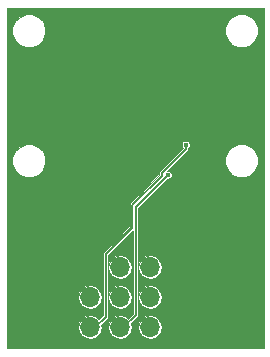
<source format=gbr>
G04 #@! TF.FileFunction,Copper,L2,Bot,Signal*
%FSLAX46Y46*%
G04 Gerber Fmt 4.6, Leading zero omitted, Abs format (unit mm)*
G04 Created by KiCad (PCBNEW 4.0.7) date Wednesday, June 13, 2018 'PMt' 01:49:24 PM*
%MOMM*%
%LPD*%
G01*
G04 APERTURE LIST*
%ADD10C,0.100000*%
%ADD11R,1.700000X1.700000*%
%ADD12O,1.700000X1.700000*%
%ADD13C,0.400000*%
%ADD14C,0.175000*%
%ADD15C,0.025400*%
G04 APERTURE END LIST*
D10*
D11*
X14810000Y-22020000D03*
D12*
X12270000Y-22020000D03*
X9730000Y-22020000D03*
D11*
X14810000Y-24560000D03*
D12*
X12270000Y-24560000D03*
X9730000Y-24560000D03*
X7190000Y-24560000D03*
D11*
X14810000Y-27100000D03*
D12*
X12270000Y-27100000D03*
X9730000Y-27100000D03*
X7190000Y-27100000D03*
D13*
X14675000Y-19325000D03*
X10950000Y-6725000D03*
X15275000Y-11650000D03*
X13750000Y-14200000D03*
D14*
X7190000Y-27100000D02*
X7600000Y-27100000D01*
X7600000Y-27100000D02*
X8500000Y-26200000D01*
X8500000Y-26200000D02*
X8500000Y-20925000D01*
X8500000Y-20925000D02*
X10747998Y-18677002D01*
X10747998Y-18677002D02*
X10747998Y-16774906D01*
X10747998Y-16774906D02*
X13250000Y-14272904D01*
X13250000Y-14272904D02*
X13250000Y-14025000D01*
X13250000Y-14025000D02*
X15275000Y-12000000D01*
X15275000Y-12000000D02*
X15275000Y-11650000D01*
X9730000Y-27100000D02*
X10000000Y-27100000D01*
X10000000Y-27100000D02*
X11050000Y-26050000D01*
X11050000Y-26050000D02*
X11050000Y-16900000D01*
X11050000Y-16900000D02*
X13750000Y-14200000D01*
D15*
G36*
X21887300Y-28887300D02*
X112700Y-28887300D01*
X112700Y-27080611D01*
X6200300Y-27080611D01*
X6200300Y-27119389D01*
X6275636Y-27498131D01*
X6490176Y-27819213D01*
X6811258Y-28033753D01*
X7190000Y-28109089D01*
X7568742Y-28033753D01*
X7889824Y-27819213D01*
X8104364Y-27498131D01*
X8179700Y-27119389D01*
X8179700Y-27080611D01*
X8140047Y-26881263D01*
X8660655Y-26360655D01*
X8709905Y-26286946D01*
X8727200Y-26200000D01*
X8727200Y-24540611D01*
X8740300Y-24540611D01*
X8740300Y-24579389D01*
X8815636Y-24958131D01*
X9030176Y-25279213D01*
X9351258Y-25493753D01*
X9730000Y-25569089D01*
X10108742Y-25493753D01*
X10429824Y-25279213D01*
X10644364Y-24958131D01*
X10719700Y-24579389D01*
X10719700Y-24540611D01*
X10644364Y-24161869D01*
X10429824Y-23840787D01*
X10108742Y-23626247D01*
X9730000Y-23550911D01*
X9351258Y-23626247D01*
X9030176Y-23840787D01*
X8815636Y-24161869D01*
X8740300Y-24540611D01*
X8727200Y-24540611D01*
X8727200Y-22000611D01*
X8740300Y-22000611D01*
X8740300Y-22039389D01*
X8815636Y-22418131D01*
X9030176Y-22739213D01*
X9351258Y-22953753D01*
X9730000Y-23029089D01*
X10108742Y-22953753D01*
X10429824Y-22739213D01*
X10644364Y-22418131D01*
X10719700Y-22039389D01*
X10719700Y-22000611D01*
X10644364Y-21621869D01*
X10429824Y-21300787D01*
X10108742Y-21086247D01*
X9730000Y-21010911D01*
X9351258Y-21086247D01*
X9030176Y-21300787D01*
X8815636Y-21621869D01*
X8740300Y-22000611D01*
X8727200Y-22000611D01*
X8727200Y-21019110D01*
X10822800Y-18923509D01*
X10822800Y-25955891D01*
X10410689Y-26368001D01*
X10108742Y-26166247D01*
X9730000Y-26090911D01*
X9351258Y-26166247D01*
X9030176Y-26380787D01*
X8815636Y-26701869D01*
X8740300Y-27080611D01*
X8740300Y-27119389D01*
X8815636Y-27498131D01*
X9030176Y-27819213D01*
X9351258Y-28033753D01*
X9730000Y-28109089D01*
X10108742Y-28033753D01*
X10429824Y-27819213D01*
X10644364Y-27498131D01*
X10719700Y-27119389D01*
X10719700Y-27080611D01*
X11280300Y-27080611D01*
X11280300Y-27119389D01*
X11355636Y-27498131D01*
X11570176Y-27819213D01*
X11891258Y-28033753D01*
X12270000Y-28109089D01*
X12648742Y-28033753D01*
X12969824Y-27819213D01*
X13184364Y-27498131D01*
X13259700Y-27119389D01*
X13259700Y-27080611D01*
X13184364Y-26701869D01*
X12969824Y-26380787D01*
X12648742Y-26166247D01*
X12270000Y-26090911D01*
X11891258Y-26166247D01*
X11570176Y-26380787D01*
X11355636Y-26701869D01*
X11280300Y-27080611D01*
X10719700Y-27080611D01*
X10656820Y-26764490D01*
X11210652Y-26210657D01*
X11210655Y-26210655D01*
X11259905Y-26136946D01*
X11277200Y-26050000D01*
X11277200Y-24540611D01*
X11280300Y-24540611D01*
X11280300Y-24579389D01*
X11355636Y-24958131D01*
X11570176Y-25279213D01*
X11891258Y-25493753D01*
X12270000Y-25569089D01*
X12648742Y-25493753D01*
X12969824Y-25279213D01*
X13184364Y-24958131D01*
X13259700Y-24579389D01*
X13259700Y-24540611D01*
X13184364Y-24161869D01*
X12969824Y-23840787D01*
X12648742Y-23626247D01*
X12270000Y-23550911D01*
X11891258Y-23626247D01*
X11570176Y-23840787D01*
X11355636Y-24161869D01*
X11280300Y-24540611D01*
X11277200Y-24540611D01*
X11277200Y-22000611D01*
X11280300Y-22000611D01*
X11280300Y-22039389D01*
X11355636Y-22418131D01*
X11570176Y-22739213D01*
X11891258Y-22953753D01*
X12270000Y-23029089D01*
X12648742Y-22953753D01*
X12969824Y-22739213D01*
X13184364Y-22418131D01*
X13259700Y-22039389D01*
X13259700Y-22000611D01*
X13184364Y-21621869D01*
X12969824Y-21300787D01*
X12648742Y-21086247D01*
X12270000Y-21010911D01*
X11891258Y-21086247D01*
X11570176Y-21300787D01*
X11355636Y-21621869D01*
X11280300Y-22000611D01*
X11277200Y-22000611D01*
X11277200Y-16994110D01*
X13731625Y-14539684D01*
X13817274Y-14539759D01*
X13942173Y-14488151D01*
X14037816Y-14392676D01*
X14089641Y-14267867D01*
X14089759Y-14132726D01*
X14038151Y-14007827D01*
X13942676Y-13912184D01*
X13817867Y-13860359D01*
X13736022Y-13860288D01*
X14321093Y-13275216D01*
X18610059Y-13275216D01*
X18821183Y-13786173D01*
X19211770Y-14177444D01*
X19722359Y-14389458D01*
X20275216Y-14389941D01*
X20786173Y-14178817D01*
X21177444Y-13788230D01*
X21389458Y-13277641D01*
X21389941Y-12724784D01*
X21178817Y-12213827D01*
X20788230Y-11822556D01*
X20277641Y-11610542D01*
X19724784Y-11610059D01*
X19213827Y-11821183D01*
X18822556Y-12211770D01*
X18610542Y-12722359D01*
X18610059Y-13275216D01*
X14321093Y-13275216D01*
X15435652Y-12160657D01*
X15435655Y-12160655D01*
X15484905Y-12086946D01*
X15502200Y-12000000D01*
X15502200Y-11903186D01*
X15562816Y-11842676D01*
X15614641Y-11717867D01*
X15614759Y-11582726D01*
X15563151Y-11457827D01*
X15467676Y-11362184D01*
X15342867Y-11310359D01*
X15207726Y-11310241D01*
X15082827Y-11361849D01*
X14987184Y-11457324D01*
X14935359Y-11582133D01*
X14935241Y-11717274D01*
X14986849Y-11842173D01*
X15047800Y-11903231D01*
X15047800Y-11905891D01*
X13089345Y-13864345D01*
X13040095Y-13938054D01*
X13022800Y-14025000D01*
X13022800Y-14178794D01*
X10587343Y-16614251D01*
X10538093Y-16687960D01*
X10520798Y-16774906D01*
X10520798Y-18582893D01*
X8339345Y-20764345D01*
X8290095Y-20838054D01*
X8272800Y-20925000D01*
X8272800Y-26105890D01*
X7933114Y-26445576D01*
X7889824Y-26380787D01*
X7568742Y-26166247D01*
X7190000Y-26090911D01*
X6811258Y-26166247D01*
X6490176Y-26380787D01*
X6275636Y-26701869D01*
X6200300Y-27080611D01*
X112700Y-27080611D01*
X112700Y-24540611D01*
X6200300Y-24540611D01*
X6200300Y-24579389D01*
X6275636Y-24958131D01*
X6490176Y-25279213D01*
X6811258Y-25493753D01*
X7190000Y-25569089D01*
X7568742Y-25493753D01*
X7889824Y-25279213D01*
X8104364Y-24958131D01*
X8179700Y-24579389D01*
X8179700Y-24540611D01*
X8104364Y-24161869D01*
X7889824Y-23840787D01*
X7568742Y-23626247D01*
X7190000Y-23550911D01*
X6811258Y-23626247D01*
X6490176Y-23840787D01*
X6275636Y-24161869D01*
X6200300Y-24540611D01*
X112700Y-24540611D01*
X112700Y-13275216D01*
X610059Y-13275216D01*
X821183Y-13786173D01*
X1211770Y-14177444D01*
X1722359Y-14389458D01*
X2275216Y-14389941D01*
X2786173Y-14178817D01*
X3177444Y-13788230D01*
X3389458Y-13277641D01*
X3389941Y-12724784D01*
X3178817Y-12213827D01*
X2788230Y-11822556D01*
X2277641Y-11610542D01*
X1724784Y-11610059D01*
X1213827Y-11821183D01*
X822556Y-12211770D01*
X610542Y-12722359D01*
X610059Y-13275216D01*
X112700Y-13275216D01*
X112700Y-2275216D01*
X610059Y-2275216D01*
X821183Y-2786173D01*
X1211770Y-3177444D01*
X1722359Y-3389458D01*
X2275216Y-3389941D01*
X2786173Y-3178817D01*
X3177444Y-2788230D01*
X3389458Y-2277641D01*
X3389460Y-2275216D01*
X18610059Y-2275216D01*
X18821183Y-2786173D01*
X19211770Y-3177444D01*
X19722359Y-3389458D01*
X20275216Y-3389941D01*
X20786173Y-3178817D01*
X21177444Y-2788230D01*
X21389458Y-2277641D01*
X21389941Y-1724784D01*
X21178817Y-1213827D01*
X20788230Y-822556D01*
X20277641Y-610542D01*
X19724784Y-610059D01*
X19213827Y-821183D01*
X18822556Y-1211770D01*
X18610542Y-1722359D01*
X18610059Y-2275216D01*
X3389460Y-2275216D01*
X3389941Y-1724784D01*
X3178817Y-1213827D01*
X2788230Y-822556D01*
X2277641Y-610542D01*
X1724784Y-610059D01*
X1213827Y-821183D01*
X822556Y-1211770D01*
X610542Y-1722359D01*
X610059Y-2275216D01*
X112700Y-2275216D01*
X112700Y-112700D01*
X21887300Y-112700D01*
X21887300Y-28887300D01*
X21887300Y-28887300D01*
G37*
X21887300Y-28887300D02*
X112700Y-28887300D01*
X112700Y-27080611D01*
X6200300Y-27080611D01*
X6200300Y-27119389D01*
X6275636Y-27498131D01*
X6490176Y-27819213D01*
X6811258Y-28033753D01*
X7190000Y-28109089D01*
X7568742Y-28033753D01*
X7889824Y-27819213D01*
X8104364Y-27498131D01*
X8179700Y-27119389D01*
X8179700Y-27080611D01*
X8140047Y-26881263D01*
X8660655Y-26360655D01*
X8709905Y-26286946D01*
X8727200Y-26200000D01*
X8727200Y-24540611D01*
X8740300Y-24540611D01*
X8740300Y-24579389D01*
X8815636Y-24958131D01*
X9030176Y-25279213D01*
X9351258Y-25493753D01*
X9730000Y-25569089D01*
X10108742Y-25493753D01*
X10429824Y-25279213D01*
X10644364Y-24958131D01*
X10719700Y-24579389D01*
X10719700Y-24540611D01*
X10644364Y-24161869D01*
X10429824Y-23840787D01*
X10108742Y-23626247D01*
X9730000Y-23550911D01*
X9351258Y-23626247D01*
X9030176Y-23840787D01*
X8815636Y-24161869D01*
X8740300Y-24540611D01*
X8727200Y-24540611D01*
X8727200Y-22000611D01*
X8740300Y-22000611D01*
X8740300Y-22039389D01*
X8815636Y-22418131D01*
X9030176Y-22739213D01*
X9351258Y-22953753D01*
X9730000Y-23029089D01*
X10108742Y-22953753D01*
X10429824Y-22739213D01*
X10644364Y-22418131D01*
X10719700Y-22039389D01*
X10719700Y-22000611D01*
X10644364Y-21621869D01*
X10429824Y-21300787D01*
X10108742Y-21086247D01*
X9730000Y-21010911D01*
X9351258Y-21086247D01*
X9030176Y-21300787D01*
X8815636Y-21621869D01*
X8740300Y-22000611D01*
X8727200Y-22000611D01*
X8727200Y-21019110D01*
X10822800Y-18923509D01*
X10822800Y-25955891D01*
X10410689Y-26368001D01*
X10108742Y-26166247D01*
X9730000Y-26090911D01*
X9351258Y-26166247D01*
X9030176Y-26380787D01*
X8815636Y-26701869D01*
X8740300Y-27080611D01*
X8740300Y-27119389D01*
X8815636Y-27498131D01*
X9030176Y-27819213D01*
X9351258Y-28033753D01*
X9730000Y-28109089D01*
X10108742Y-28033753D01*
X10429824Y-27819213D01*
X10644364Y-27498131D01*
X10719700Y-27119389D01*
X10719700Y-27080611D01*
X11280300Y-27080611D01*
X11280300Y-27119389D01*
X11355636Y-27498131D01*
X11570176Y-27819213D01*
X11891258Y-28033753D01*
X12270000Y-28109089D01*
X12648742Y-28033753D01*
X12969824Y-27819213D01*
X13184364Y-27498131D01*
X13259700Y-27119389D01*
X13259700Y-27080611D01*
X13184364Y-26701869D01*
X12969824Y-26380787D01*
X12648742Y-26166247D01*
X12270000Y-26090911D01*
X11891258Y-26166247D01*
X11570176Y-26380787D01*
X11355636Y-26701869D01*
X11280300Y-27080611D01*
X10719700Y-27080611D01*
X10656820Y-26764490D01*
X11210652Y-26210657D01*
X11210655Y-26210655D01*
X11259905Y-26136946D01*
X11277200Y-26050000D01*
X11277200Y-24540611D01*
X11280300Y-24540611D01*
X11280300Y-24579389D01*
X11355636Y-24958131D01*
X11570176Y-25279213D01*
X11891258Y-25493753D01*
X12270000Y-25569089D01*
X12648742Y-25493753D01*
X12969824Y-25279213D01*
X13184364Y-24958131D01*
X13259700Y-24579389D01*
X13259700Y-24540611D01*
X13184364Y-24161869D01*
X12969824Y-23840787D01*
X12648742Y-23626247D01*
X12270000Y-23550911D01*
X11891258Y-23626247D01*
X11570176Y-23840787D01*
X11355636Y-24161869D01*
X11280300Y-24540611D01*
X11277200Y-24540611D01*
X11277200Y-22000611D01*
X11280300Y-22000611D01*
X11280300Y-22039389D01*
X11355636Y-22418131D01*
X11570176Y-22739213D01*
X11891258Y-22953753D01*
X12270000Y-23029089D01*
X12648742Y-22953753D01*
X12969824Y-22739213D01*
X13184364Y-22418131D01*
X13259700Y-22039389D01*
X13259700Y-22000611D01*
X13184364Y-21621869D01*
X12969824Y-21300787D01*
X12648742Y-21086247D01*
X12270000Y-21010911D01*
X11891258Y-21086247D01*
X11570176Y-21300787D01*
X11355636Y-21621869D01*
X11280300Y-22000611D01*
X11277200Y-22000611D01*
X11277200Y-16994110D01*
X13731625Y-14539684D01*
X13817274Y-14539759D01*
X13942173Y-14488151D01*
X14037816Y-14392676D01*
X14089641Y-14267867D01*
X14089759Y-14132726D01*
X14038151Y-14007827D01*
X13942676Y-13912184D01*
X13817867Y-13860359D01*
X13736022Y-13860288D01*
X14321093Y-13275216D01*
X18610059Y-13275216D01*
X18821183Y-13786173D01*
X19211770Y-14177444D01*
X19722359Y-14389458D01*
X20275216Y-14389941D01*
X20786173Y-14178817D01*
X21177444Y-13788230D01*
X21389458Y-13277641D01*
X21389941Y-12724784D01*
X21178817Y-12213827D01*
X20788230Y-11822556D01*
X20277641Y-11610542D01*
X19724784Y-11610059D01*
X19213827Y-11821183D01*
X18822556Y-12211770D01*
X18610542Y-12722359D01*
X18610059Y-13275216D01*
X14321093Y-13275216D01*
X15435652Y-12160657D01*
X15435655Y-12160655D01*
X15484905Y-12086946D01*
X15502200Y-12000000D01*
X15502200Y-11903186D01*
X15562816Y-11842676D01*
X15614641Y-11717867D01*
X15614759Y-11582726D01*
X15563151Y-11457827D01*
X15467676Y-11362184D01*
X15342867Y-11310359D01*
X15207726Y-11310241D01*
X15082827Y-11361849D01*
X14987184Y-11457324D01*
X14935359Y-11582133D01*
X14935241Y-11717274D01*
X14986849Y-11842173D01*
X15047800Y-11903231D01*
X15047800Y-11905891D01*
X13089345Y-13864345D01*
X13040095Y-13938054D01*
X13022800Y-14025000D01*
X13022800Y-14178794D01*
X10587343Y-16614251D01*
X10538093Y-16687960D01*
X10520798Y-16774906D01*
X10520798Y-18582893D01*
X8339345Y-20764345D01*
X8290095Y-20838054D01*
X8272800Y-20925000D01*
X8272800Y-26105890D01*
X7933114Y-26445576D01*
X7889824Y-26380787D01*
X7568742Y-26166247D01*
X7190000Y-26090911D01*
X6811258Y-26166247D01*
X6490176Y-26380787D01*
X6275636Y-26701869D01*
X6200300Y-27080611D01*
X112700Y-27080611D01*
X112700Y-24540611D01*
X6200300Y-24540611D01*
X6200300Y-24579389D01*
X6275636Y-24958131D01*
X6490176Y-25279213D01*
X6811258Y-25493753D01*
X7190000Y-25569089D01*
X7568742Y-25493753D01*
X7889824Y-25279213D01*
X8104364Y-24958131D01*
X8179700Y-24579389D01*
X8179700Y-24540611D01*
X8104364Y-24161869D01*
X7889824Y-23840787D01*
X7568742Y-23626247D01*
X7190000Y-23550911D01*
X6811258Y-23626247D01*
X6490176Y-23840787D01*
X6275636Y-24161869D01*
X6200300Y-24540611D01*
X112700Y-24540611D01*
X112700Y-13275216D01*
X610059Y-13275216D01*
X821183Y-13786173D01*
X1211770Y-14177444D01*
X1722359Y-14389458D01*
X2275216Y-14389941D01*
X2786173Y-14178817D01*
X3177444Y-13788230D01*
X3389458Y-13277641D01*
X3389941Y-12724784D01*
X3178817Y-12213827D01*
X2788230Y-11822556D01*
X2277641Y-11610542D01*
X1724784Y-11610059D01*
X1213827Y-11821183D01*
X822556Y-12211770D01*
X610542Y-12722359D01*
X610059Y-13275216D01*
X112700Y-13275216D01*
X112700Y-2275216D01*
X610059Y-2275216D01*
X821183Y-2786173D01*
X1211770Y-3177444D01*
X1722359Y-3389458D01*
X2275216Y-3389941D01*
X2786173Y-3178817D01*
X3177444Y-2788230D01*
X3389458Y-2277641D01*
X3389460Y-2275216D01*
X18610059Y-2275216D01*
X18821183Y-2786173D01*
X19211770Y-3177444D01*
X19722359Y-3389458D01*
X20275216Y-3389941D01*
X20786173Y-3178817D01*
X21177444Y-2788230D01*
X21389458Y-2277641D01*
X21389941Y-1724784D01*
X21178817Y-1213827D01*
X20788230Y-822556D01*
X20277641Y-610542D01*
X19724784Y-610059D01*
X19213827Y-821183D01*
X18822556Y-1211770D01*
X18610542Y-1722359D01*
X18610059Y-2275216D01*
X3389460Y-2275216D01*
X3389941Y-1724784D01*
X3178817Y-1213827D01*
X2788230Y-822556D01*
X2277641Y-610542D01*
X1724784Y-610059D01*
X1213827Y-821183D01*
X822556Y-1211770D01*
X610542Y-1722359D01*
X610059Y-2275216D01*
X112700Y-2275216D01*
X112700Y-112700D01*
X21887300Y-112700D01*
X21887300Y-28887300D01*
M02*

</source>
